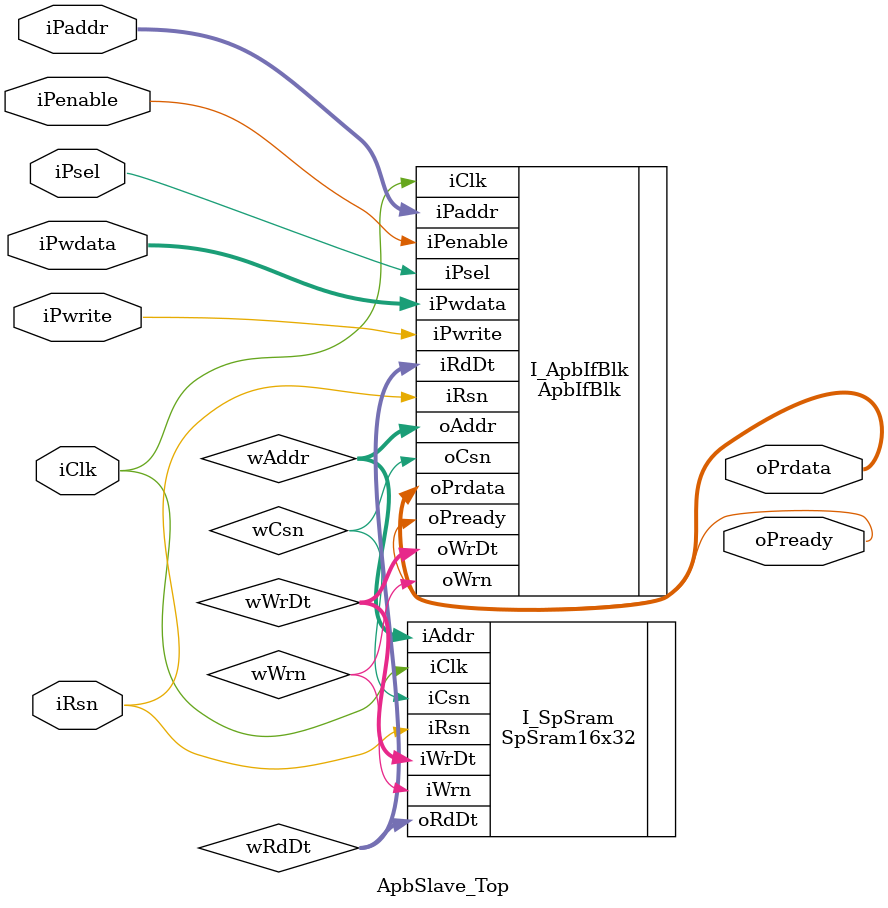
<source format=v>
`timescale 1ns/10ps

module ApbSlave_Top (

  // Clock & reset
  input            iClk,               // Rising edge
  input            iRsn,               // Sync. & low reset


  // APB interface
  input            iPsel,
  input            iPenable,
  input            iPwrite,
  input  [15:0]    iPaddr,

  input  [31:0]    iPwdata,
  output [31:0]    oPrdata,
  output           oPready

  );


  // wire & reg declaration
  wire             wCsn;
  wire             wWrn;
  wire  [3:0]      wAddr;

  wire  [31:0]     wWrDt;
  wire  [31:0]     wRdDt;


  /*************************************************************/
  // ApbIfBlk instantiation
  /*************************************************************/
  ApbIfBlk I_ApbIfBlk (

    // Clock & reset
    .iClk          (iClk),
    .iRsn          (iRsn),


    // APB interface
    .iPsel         (iPsel),
    .iPenable      (iPenable),
    .iPwrite       (iPwrite),
    .iPaddr        (iPaddr[15:0]),

    .iPwdata       (iPwdata[31:0]),
    .oPrdata       (oPrdata[31:0]),
    .oPready       (oPready),


    // SP-SRAM interface
    .oCsn          (wCsn),
    .oWrn          (wWrn),
    .oAddr         (wAddr[3:0]),
  
    .oWrDt         (wWrDt[31:0]),
    .iRdDt         (wRdDt[31:0])

  );



  /*************************************************************/
  // SP-SRAM instantiation
  /*************************************************************/
  SpSram16x32 I_SpSram (

  // Clock & reset
  .iClk            (iClk),
  .iRsn            (iRsn),


  // SP-SRAM Input & Output
  .iCsn            (wCsn),
  .iWrn            (wWrn),
  .iAddr           (wAddr[3:0]),

  .iWrDt           (wWrDt[31:0]),
  .oRdDt           (wRdDt[31:0])

  );


endmodule

</source>
